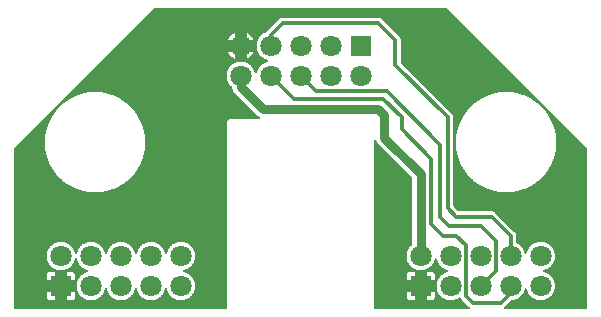
<source format=gbl>
G04 Layer: BottomLayer*
G04 EasyEDA v6.3.53, 2020-06-10T14:59:09+08:00*
G04 3b83d2e84b6f494eacd4771d3d7b0d36,fed530592efb474aaabf7115e2e2b964,10*
G04 Gerber Generator version 0.2*
G04 Scale: 100 percent, Rotated: No, Reflected: No *
G04 Dimensions in millimeters *
G04 leading zeros omitted , absolute positions ,3 integer and 3 decimal *
%FSLAX33Y33*%
%MOMM*%
G90*
G71D02*

%ADD11C,0.299999*%
%ADD12C,0.599999*%
%ADD13C,1.799996*%
%ADD14R,1.799996X1.799996*%
%ADD15C,0.799998*%

%LPD*%
G36*
G01X30845Y14609D02*
G01X30830Y14610D01*
G01X30816Y14609D01*
G01X30802Y14606D01*
G01X30788Y14600D01*
G01X30775Y14594D01*
G01X30763Y14585D01*
G01X30753Y14575D01*
G01X30745Y14563D01*
G01X30738Y14551D01*
G01X30732Y14537D01*
G01X30729Y14523D01*
G01X30728Y14508D01*
G01X30728Y358D01*
G01X30729Y343D01*
G01X30732Y329D01*
G01X30738Y315D01*
G01X30745Y303D01*
G01X30753Y291D01*
G01X30763Y281D01*
G01X30775Y272D01*
G01X30788Y265D01*
G01X30802Y260D01*
G01X30816Y257D01*
G01X30830Y256D01*
G01X38759Y256D01*
G01X38774Y257D01*
G01X38788Y260D01*
G01X38802Y265D01*
G01X38814Y272D01*
G01X38826Y281D01*
G01X38836Y291D01*
G01X38845Y303D01*
G01X38852Y315D01*
G01X38857Y329D01*
G01X38860Y343D01*
G01X38861Y358D01*
G01X38859Y374D01*
G01X38855Y390D01*
G01X38849Y405D01*
G01X38840Y419D01*
G01X38829Y431D01*
G01X38817Y441D01*
G01X38783Y467D01*
G01X38752Y495D01*
G01X38153Y1094D01*
G01X38130Y1119D01*
G01X38110Y1144D01*
G01X38091Y1171D01*
G01X38075Y1199D01*
G01X38053Y1242D01*
G01X38045Y1254D01*
G01X38034Y1264D01*
G01X38022Y1273D01*
G01X38010Y1280D01*
G01X37996Y1285D01*
G01X37982Y1288D01*
G01X37967Y1289D01*
G01X37952Y1288D01*
G01X37936Y1284D01*
G01X37921Y1278D01*
G01X37908Y1270D01*
G01X37866Y1242D01*
G01X37824Y1215D01*
G01X37780Y1190D01*
G01X37736Y1166D01*
G01X37691Y1145D01*
G01X37644Y1126D01*
G01X37598Y1108D01*
G01X37550Y1093D01*
G01X37502Y1080D01*
G01X37452Y1068D01*
G01X37403Y1059D01*
G01X37354Y1052D01*
G01X37303Y1046D01*
G01X37254Y1043D01*
G01X37203Y1042D01*
G01X37154Y1043D01*
G01X37104Y1046D01*
G01X37054Y1051D01*
G01X37005Y1059D01*
G01X36955Y1068D01*
G01X36907Y1079D01*
G01X36859Y1092D01*
G01X36811Y1108D01*
G01X36764Y1125D01*
G01X36718Y1144D01*
G01X36673Y1165D01*
G01X36629Y1188D01*
G01X36585Y1213D01*
G01X36543Y1240D01*
G01X36502Y1268D01*
G01X36462Y1298D01*
G01X36423Y1329D01*
G01X36386Y1362D01*
G01X36350Y1398D01*
G01X36315Y1434D01*
G01X36283Y1471D01*
G01X36251Y1510D01*
G01X36222Y1550D01*
G01X36194Y1592D01*
G01X36168Y1634D01*
G01X36143Y1677D01*
G01X36120Y1722D01*
G01X36100Y1767D01*
G01X36081Y1814D01*
G01X36064Y1861D01*
G01X36062Y1865D01*
G01X36046Y1918D01*
G01X36032Y1971D01*
G01X36021Y2025D01*
G01X36012Y2079D01*
G01X36006Y2134D01*
G01X36002Y2189D01*
G01X36001Y2244D01*
G01X36002Y2300D01*
G01X36006Y2355D01*
G01X36012Y2409D01*
G01X36021Y2464D01*
G01X36032Y2518D01*
G01X36046Y2572D01*
G01X36062Y2624D01*
G01X36064Y2628D01*
G01X36081Y2676D01*
G01X36101Y2723D01*
G01X36122Y2770D01*
G01X36145Y2815D01*
G01X36170Y2860D01*
G01X36197Y2903D01*
G01X36226Y2944D01*
G01X36256Y2986D01*
G01X36288Y3025D01*
G01X36323Y3063D01*
G01X36358Y3099D01*
G01X36395Y3134D01*
G01X36433Y3168D01*
G01X36473Y3200D01*
G01X36514Y3230D01*
G01X36557Y3258D01*
G01X36600Y3285D01*
G01X36645Y3309D01*
G01X36690Y3332D01*
G01X36737Y3353D01*
G01X36784Y3372D01*
G01X36832Y3388D01*
G01X36881Y3403D01*
G01X36930Y3416D01*
G01X36945Y3420D01*
G01X36959Y3426D01*
G01X36971Y3435D01*
G01X36982Y3446D01*
G01X36991Y3457D01*
G01X36999Y3471D01*
G01X37004Y3485D01*
G01X37008Y3500D01*
G01X37009Y3514D01*
G01X37008Y3530D01*
G01X37004Y3544D01*
G01X36999Y3559D01*
G01X36991Y3572D01*
G01X36982Y3583D01*
G01X36971Y3594D01*
G01X36959Y3602D01*
G01X36945Y3609D01*
G01X36930Y3613D01*
G01X36882Y3626D01*
G01X36835Y3640D01*
G01X36788Y3656D01*
G01X36742Y3674D01*
G01X36696Y3694D01*
G01X36652Y3716D01*
G01X36609Y3739D01*
G01X36566Y3765D01*
G01X36525Y3792D01*
G01X36484Y3821D01*
G01X36445Y3851D01*
G01X36407Y3883D01*
G01X36371Y3917D01*
G01X36336Y3952D01*
G01X36302Y3988D01*
G01X36270Y4026D01*
G01X36240Y4065D01*
G01X36211Y4106D01*
G01X36184Y4147D01*
G01X36158Y4189D01*
G01X36135Y4233D01*
G01X36113Y4277D01*
G01X36093Y4323D01*
G01X36075Y4369D01*
G01X36059Y4416D01*
G01X36045Y4463D01*
G01X36032Y4511D01*
G01X36028Y4526D01*
G01X36021Y4539D01*
G01X36013Y4552D01*
G01X36002Y4563D01*
G01X35991Y4572D01*
G01X35978Y4580D01*
G01X35963Y4585D01*
G01X35949Y4589D01*
G01X35933Y4590D01*
G01X35918Y4589D01*
G01X35903Y4585D01*
G01X35890Y4580D01*
G01X35876Y4572D01*
G01X35865Y4563D01*
G01X35854Y4552D01*
G01X35846Y4539D01*
G01X35839Y4526D01*
G01X35834Y4511D01*
G01X35822Y4462D01*
G01X35807Y4413D01*
G01X35791Y4365D01*
G01X35772Y4318D01*
G01X35751Y4271D01*
G01X35728Y4226D01*
G01X35704Y4181D01*
G01X35677Y4138D01*
G01X35649Y4095D01*
G01X35619Y4054D01*
G01X35587Y4014D01*
G01X35553Y3976D01*
G01X35518Y3939D01*
G01X35482Y3903D01*
G01X35444Y3869D01*
G01X35405Y3837D01*
G01X35363Y3807D01*
G01X35322Y3778D01*
G01X35279Y3751D01*
G01X35234Y3726D01*
G01X35189Y3703D01*
G01X35142Y3681D01*
G01X35095Y3662D01*
G01X35047Y3645D01*
G01X35043Y3643D01*
G01X34991Y3627D01*
G01X34937Y3613D01*
G01X34883Y3602D01*
G01X34828Y3594D01*
G01X34774Y3587D01*
G01X34719Y3583D01*
G01X34663Y3582D01*
G01X34609Y3583D01*
G01X34553Y3587D01*
G01X34498Y3594D01*
G01X34444Y3602D01*
G01X34390Y3613D01*
G01X34336Y3627D01*
G01X34284Y3643D01*
G01X34281Y3644D01*
G01X34282Y3644D01*
G01X34279Y3645D01*
G01X34280Y3645D01*
G01X34233Y3662D01*
G01X34186Y3680D01*
G01X34141Y3701D01*
G01X34096Y3724D01*
G01X34053Y3749D01*
G01X34011Y3775D01*
G01X33969Y3803D01*
G01X33929Y3832D01*
G01X33890Y3864D01*
G01X33853Y3897D01*
G01X33817Y3931D01*
G01X33782Y3967D01*
G01X33748Y4004D01*
G01X33717Y4043D01*
G01X33687Y4083D01*
G01X33659Y4124D01*
G01X33632Y4166D01*
G01X33607Y4210D01*
G01X33584Y4254D01*
G01X33563Y4299D01*
G01X33544Y4345D01*
G01X33527Y4392D01*
G01X33511Y4440D01*
G01X33498Y4488D01*
G01X33487Y4536D01*
G01X33478Y4586D01*
G01X33470Y4635D01*
G01X33465Y4685D01*
G01X33462Y4735D01*
G01X33461Y4784D01*
G01X33462Y4834D01*
G01X33465Y4883D01*
G01X33470Y4933D01*
G01X33477Y4981D01*
G01X33486Y5030D01*
G01X33498Y5078D01*
G01X33511Y5126D01*
G01X33525Y5173D01*
G01X33543Y5220D01*
G01X33562Y5266D01*
G01X33582Y5311D01*
G01X33605Y5355D01*
G01X33629Y5398D01*
G01X33656Y5440D01*
G01X33683Y5481D01*
G01X33712Y5520D01*
G01X33744Y5559D01*
G01X33776Y5596D01*
G01X33810Y5632D01*
G01X33846Y5667D01*
G01X33883Y5699D01*
G01X33922Y5731D01*
G01X33933Y5741D01*
G01X33943Y5753D01*
G01X33950Y5766D01*
G01X33956Y5781D01*
G01X33959Y5795D01*
G01X33960Y5811D01*
G01X33960Y11391D01*
G01X33959Y11407D01*
G01X33955Y11422D01*
G01X33949Y11437D01*
G01X33941Y11451D01*
G01X33931Y11463D01*
G01X31077Y14316D01*
G01X31050Y14345D01*
G01X31025Y14375D01*
G01X31001Y14407D01*
G01X30978Y14440D01*
G01X30959Y14475D01*
G01X30940Y14511D01*
G01X30924Y14547D01*
G01X30917Y14560D01*
G01X30909Y14572D01*
G01X30899Y14583D01*
G01X30886Y14593D01*
G01X30874Y14600D01*
G01X30859Y14606D01*
G01X30845Y14609D01*
G37*

%LPC*%
G36*
G01X34150Y1731D02*
G01X33461Y1731D01*
G01X33461Y1345D01*
G01X33462Y1319D01*
G01X33465Y1295D01*
G01X33470Y1270D01*
G01X33477Y1246D01*
G01X33486Y1223D01*
G01X33498Y1200D01*
G01X33510Y1179D01*
G01X33525Y1159D01*
G01X33541Y1139D01*
G01X33558Y1122D01*
G01X33578Y1106D01*
G01X33598Y1091D01*
G01X33619Y1078D01*
G01X33642Y1067D01*
G01X33665Y1058D01*
G01X33689Y1051D01*
G01X33714Y1046D01*
G01X33738Y1043D01*
G01X33764Y1042D01*
G01X34150Y1042D01*
G01X34150Y1731D01*
G37*
G36*
G01X35866Y1731D02*
G01X35177Y1731D01*
G01X35177Y1042D01*
G01X35564Y1042D01*
G01X35588Y1043D01*
G01X35613Y1046D01*
G01X35638Y1051D01*
G01X35662Y1058D01*
G01X35685Y1067D01*
G01X35707Y1078D01*
G01X35729Y1091D01*
G01X35749Y1106D01*
G01X35768Y1122D01*
G01X35786Y1139D01*
G01X35802Y1159D01*
G01X35817Y1179D01*
G01X35830Y1200D01*
G01X35850Y1246D01*
G01X35857Y1270D01*
G01X35862Y1295D01*
G01X35865Y1319D01*
G01X35866Y1345D01*
G01X35866Y1731D01*
G37*
G36*
G01X35564Y3447D02*
G01X35177Y3447D01*
G01X35177Y2758D01*
G01X35866Y2758D01*
G01X35866Y3145D01*
G01X35865Y3169D01*
G01X35862Y3194D01*
G01X35857Y3219D01*
G01X35850Y3243D01*
G01X35840Y3266D01*
G01X35830Y3288D01*
G01X35817Y3310D01*
G01X35802Y3330D01*
G01X35786Y3349D01*
G01X35768Y3367D01*
G01X35749Y3383D01*
G01X35729Y3398D01*
G01X35707Y3411D01*
G01X35685Y3421D01*
G01X35662Y3431D01*
G01X35638Y3438D01*
G01X35613Y3443D01*
G01X35588Y3446D01*
G01X35564Y3447D01*
G37*
G36*
G01X34150Y3447D02*
G01X33764Y3447D01*
G01X33738Y3446D01*
G01X33714Y3443D01*
G01X33689Y3438D01*
G01X33665Y3431D01*
G01X33619Y3411D01*
G01X33598Y3398D01*
G01X33578Y3383D01*
G01X33558Y3367D01*
G01X33541Y3349D01*
G01X33525Y3330D01*
G01X33510Y3310D01*
G01X33486Y3266D01*
G01X33477Y3243D01*
G01X33470Y3219D01*
G01X33465Y3194D01*
G01X33462Y3169D01*
G01X33461Y3145D01*
G01X33461Y2758D01*
G01X34150Y2758D01*
G01X34150Y3447D01*
G37*

%LPD*%
G36*
G01X36839Y25798D02*
G01X12169Y25798D01*
G01X12153Y25797D01*
G01X12138Y25793D01*
G01X12123Y25787D01*
G01X12110Y25778D01*
G01X12098Y25768D01*
G01X286Y13957D01*
G01X275Y13945D01*
G01X267Y13931D01*
G01X261Y13916D01*
G01X257Y13900D01*
G01X256Y13885D01*
G01X256Y358D01*
G01X257Y343D01*
G01X260Y329D01*
G01X265Y315D01*
G01X272Y303D01*
G01X281Y291D01*
G01X291Y281D01*
G01X303Y272D01*
G01X315Y265D01*
G01X329Y260D01*
G01X343Y257D01*
G01X358Y256D01*
G01X18176Y256D01*
G01X18190Y257D01*
G01X18204Y260D01*
G01X18218Y265D01*
G01X18231Y272D01*
G01X18242Y281D01*
G01X18252Y291D01*
G01X18261Y303D01*
G01X18268Y315D01*
G01X18273Y329D01*
G01X18276Y343D01*
G01X18277Y358D01*
G01X18277Y16113D01*
G01X18278Y16137D01*
G01X18282Y16161D01*
G01X18287Y16183D01*
G01X18295Y16206D01*
G01X18304Y16228D01*
G01X18316Y16248D01*
G01X18329Y16268D01*
G01X18344Y16286D01*
G01X18361Y16303D01*
G01X18379Y16318D01*
G01X18399Y16331D01*
G01X18420Y16343D01*
G01X18441Y16353D01*
G01X18464Y16360D01*
G01X18487Y16365D01*
G01X18510Y16369D01*
G01X18534Y16370D01*
G01X20970Y16370D01*
G01X20984Y16371D01*
G01X20999Y16374D01*
G01X21012Y16379D01*
G01X21025Y16386D01*
G01X21037Y16395D01*
G01X21047Y16405D01*
G01X21056Y16417D01*
G01X21062Y16429D01*
G01X21067Y16443D01*
G01X21071Y16457D01*
G01X21072Y16471D01*
G01X21070Y16486D01*
G01X21067Y16501D01*
G01X21062Y16515D01*
G01X21055Y16528D01*
G01X21045Y16540D01*
G01X21034Y16550D01*
G01X21022Y16559D01*
G01X21008Y16565D01*
G01X20972Y16582D01*
G01X20937Y16599D01*
G01X20902Y16620D01*
G01X20869Y16642D01*
G01X20838Y16665D01*
G01X20807Y16691D01*
G01X20778Y16718D01*
G01X18927Y18567D01*
G01X18899Y18596D01*
G01X18874Y18627D01*
G01X18850Y18658D01*
G01X18828Y18691D01*
G01X18808Y18725D01*
G01X18789Y18761D01*
G01X18774Y18797D01*
G01X18759Y18834D01*
G01X18747Y18872D01*
G01X18738Y18910D01*
G01X18730Y18949D01*
G01X18724Y18988D01*
G01X18721Y19028D01*
G01X18720Y19042D01*
G01X18716Y19056D01*
G01X18710Y19069D01*
G01X18703Y19082D01*
G01X18693Y19093D01*
G01X18683Y19102D01*
G01X18644Y19134D01*
G01X18607Y19167D01*
G01X18571Y19201D01*
G01X18537Y19237D01*
G01X18504Y19274D01*
G01X18473Y19313D01*
G01X18443Y19352D01*
G01X18416Y19393D01*
G01X18390Y19436D01*
G01X18365Y19479D01*
G01X18342Y19523D01*
G01X18322Y19568D01*
G01X18303Y19613D01*
G01X18286Y19660D01*
G01X18271Y19707D01*
G01X18258Y19755D01*
G01X18246Y19803D01*
G01X18237Y19852D01*
G01X18230Y19901D01*
G01X18225Y19951D01*
G01X18222Y20000D01*
G01X18221Y20050D01*
G01X18222Y20100D01*
G01X18225Y20150D01*
G01X18231Y20200D01*
G01X18238Y20250D01*
G01X18247Y20300D01*
G01X18259Y20349D01*
G01X18272Y20397D01*
G01X18288Y20445D01*
G01X18306Y20493D01*
G01X18325Y20539D01*
G01X18346Y20585D01*
G01X18370Y20629D01*
G01X18395Y20673D01*
G01X18422Y20715D01*
G01X18451Y20757D01*
G01X18482Y20797D01*
G01X18514Y20836D01*
G01X18548Y20873D01*
G01X18583Y20909D01*
G01X18620Y20944D01*
G01X18658Y20977D01*
G01X18697Y21008D01*
G01X18738Y21037D01*
G01X18780Y21065D01*
G01X18823Y21092D01*
G01X18868Y21116D01*
G01X18912Y21138D01*
G01X18959Y21159D01*
G01X19005Y21177D01*
G01X19053Y21194D01*
G01X19101Y21208D01*
G01X19150Y21221D01*
G01X19204Y21232D01*
G01X19259Y21241D01*
G01X19314Y21247D01*
G01X19369Y21251D01*
G01X19423Y21252D01*
G01X19479Y21251D01*
G01X19534Y21247D01*
G01X19588Y21241D01*
G01X19643Y21232D01*
G01X19697Y21221D01*
G01X19745Y21209D01*
G01X19792Y21194D01*
G01X19839Y21178D01*
G01X19885Y21160D01*
G01X19930Y21140D01*
G01X19975Y21118D01*
G01X20019Y21095D01*
G01X20061Y21069D01*
G01X20103Y21042D01*
G01X20143Y21013D01*
G01X20182Y20983D01*
G01X20220Y20951D01*
G01X20256Y20917D01*
G01X20291Y20882D01*
G01X20325Y20846D01*
G01X20357Y20808D01*
G01X20387Y20769D01*
G01X20416Y20728D01*
G01X20443Y20687D01*
G01X20468Y20645D01*
G01X20492Y20601D01*
G01X20514Y20557D01*
G01X20534Y20511D01*
G01X20552Y20465D01*
G01X20568Y20418D01*
G01X20582Y20371D01*
G01X20594Y20323D01*
G01X20599Y20308D01*
G01X20606Y20295D01*
G01X20614Y20282D01*
G01X20625Y20271D01*
G01X20636Y20262D01*
G01X20650Y20254D01*
G01X20664Y20249D01*
G01X20679Y20245D01*
G01X20693Y20244D01*
G01X20709Y20245D01*
G01X20723Y20249D01*
G01X20738Y20254D01*
G01X20751Y20262D01*
G01X20762Y20271D01*
G01X20773Y20282D01*
G01X20781Y20295D01*
G01X20788Y20308D01*
G01X20792Y20323D01*
G01X20805Y20371D01*
G01X20819Y20418D01*
G01X20835Y20465D01*
G01X20853Y20511D01*
G01X20873Y20557D01*
G01X20895Y20601D01*
G01X20918Y20645D01*
G01X20944Y20687D01*
G01X20971Y20728D01*
G01X21000Y20769D01*
G01X21030Y20808D01*
G01X21062Y20846D01*
G01X21096Y20882D01*
G01X21131Y20917D01*
G01X21167Y20951D01*
G01X21205Y20983D01*
G01X21244Y21013D01*
G01X21285Y21042D01*
G01X21326Y21069D01*
G01X21369Y21095D01*
G01X21412Y21118D01*
G01X21456Y21140D01*
G01X21502Y21160D01*
G01X21548Y21178D01*
G01X21595Y21194D01*
G01X21642Y21209D01*
G01X21690Y21221D01*
G01X21705Y21225D01*
G01X21719Y21232D01*
G01X21731Y21241D01*
G01X21742Y21251D01*
G01X21751Y21262D01*
G01X21759Y21276D01*
G01X21764Y21290D01*
G01X21768Y21305D01*
G01X21769Y21319D01*
G01X21768Y21334D01*
G01X21764Y21349D01*
G01X21759Y21363D01*
G01X21751Y21377D01*
G01X21742Y21388D01*
G01X21731Y21398D01*
G01X21719Y21407D01*
G01X21705Y21414D01*
G01X21690Y21418D01*
G01X21642Y21430D01*
G01X21595Y21445D01*
G01X21548Y21461D01*
G01X21502Y21479D01*
G01X21456Y21499D01*
G01X21412Y21521D01*
G01X21369Y21544D01*
G01X21326Y21570D01*
G01X21285Y21597D01*
G01X21244Y21626D01*
G01X21205Y21656D01*
G01X21167Y21688D01*
G01X21131Y21722D01*
G01X21096Y21757D01*
G01X21062Y21793D01*
G01X21030Y21831D01*
G01X21000Y21870D01*
G01X20971Y21911D01*
G01X20944Y21952D01*
G01X20918Y21994D01*
G01X20895Y22038D01*
G01X20873Y22082D01*
G01X20853Y22128D01*
G01X20835Y22174D01*
G01X20819Y22221D01*
G01X20805Y22268D01*
G01X20792Y22316D01*
G01X20781Y22370D01*
G01X20772Y22425D01*
G01X20766Y22480D01*
G01X20762Y22534D01*
G01X20761Y22590D01*
G01X20762Y22645D01*
G01X20766Y22699D01*
G01X20772Y22754D01*
G01X20781Y22809D01*
G01X20792Y22863D01*
G01X20805Y22912D01*
G01X20820Y22961D01*
G01X20837Y23009D01*
G01X20855Y23057D01*
G01X20876Y23104D01*
G01X20899Y23150D01*
G01X20924Y23194D01*
G01X20950Y23237D01*
G01X20979Y23280D01*
G01X21009Y23321D01*
G01X21041Y23361D01*
G01X21075Y23400D01*
G01X21110Y23437D01*
G01X21147Y23472D01*
G01X21185Y23506D01*
G01X21225Y23538D01*
G01X21266Y23569D01*
G01X21308Y23598D01*
G01X21351Y23625D01*
G01X21396Y23649D01*
G01X21442Y23673D01*
G01X21488Y23694D01*
G01X21536Y23713D01*
G01X21550Y23720D01*
G01X21563Y23729D01*
G01X21575Y23740D01*
G01X21584Y23753D01*
G01X21602Y23778D01*
G01X21622Y23802D01*
G01X21643Y23825D01*
G01X22654Y24836D01*
G01X22678Y24857D01*
G01X22703Y24878D01*
G01X22729Y24896D01*
G01X22757Y24913D01*
G01X22786Y24927D01*
G01X22816Y24940D01*
G01X22846Y24950D01*
G01X22878Y24958D01*
G01X22909Y24964D01*
G01X22941Y24967D01*
G01X22974Y24968D01*
G01X31074Y24968D01*
G01X31106Y24967D01*
G01X31138Y24964D01*
G01X31170Y24958D01*
G01X31201Y24950D01*
G01X31232Y24939D01*
G01X31262Y24927D01*
G01X31291Y24913D01*
G01X31319Y24896D01*
G01X31345Y24878D01*
G01X31371Y24857D01*
G01X31394Y24835D01*
G01X32824Y23403D01*
G01X32846Y23379D01*
G01X32866Y23354D01*
G01X32885Y23327D01*
G01X32901Y23299D01*
G01X32915Y23271D01*
G01X32928Y23241D01*
G01X32938Y23211D01*
G01X32946Y23179D01*
G01X32952Y23148D01*
G01X32955Y23115D01*
G01X32957Y23083D01*
G01X32957Y21215D01*
G01X32958Y21199D01*
G01X32962Y21183D01*
G01X32968Y21168D01*
G01X32976Y21155D01*
G01X32986Y21142D01*
G01X37294Y16835D01*
G01X37316Y16811D01*
G01X37336Y16786D01*
G01X37355Y16759D01*
G01X37372Y16731D01*
G01X37386Y16703D01*
G01X37398Y16673D01*
G01X37409Y16642D01*
G01X37416Y16611D01*
G01X37422Y16579D01*
G01X37426Y16547D01*
G01X37427Y16515D01*
G01X37427Y9043D01*
G01X37428Y9027D01*
G01X37432Y9011D01*
G01X37438Y8997D01*
G01X37446Y8983D01*
G01X37456Y8971D01*
G01X37830Y8597D01*
G01X37842Y8587D01*
G01X37856Y8579D01*
G01X37871Y8573D01*
G01X37887Y8568D01*
G01X37902Y8567D01*
G01X40673Y8567D01*
G01X40705Y8566D01*
G01X40737Y8563D01*
G01X40769Y8557D01*
G01X40800Y8549D01*
G01X40831Y8539D01*
G01X40860Y8526D01*
G01X40889Y8512D01*
G01X40917Y8495D01*
G01X40944Y8477D01*
G01X40969Y8457D01*
G01X40993Y8435D01*
G01X42603Y6824D01*
G01X42625Y6801D01*
G01X42645Y6776D01*
G01X42663Y6749D01*
G01X42680Y6721D01*
G01X42694Y6692D01*
G01X42707Y6662D01*
G01X42717Y6632D01*
G01X42725Y6600D01*
G01X42731Y6569D01*
G01X42734Y6537D01*
G01X42736Y6504D01*
G01X42736Y5965D01*
G01X42737Y5951D01*
G01X42740Y5937D01*
G01X42745Y5923D01*
G01X42751Y5911D01*
G01X42760Y5899D01*
G01X42770Y5889D01*
G01X42781Y5880D01*
G01X42794Y5874D01*
G01X42840Y5850D01*
G01X42885Y5825D01*
G01X42930Y5799D01*
G01X42973Y5770D01*
G01X43014Y5739D01*
G01X43055Y5707D01*
G01X43094Y5673D01*
G01X43131Y5637D01*
G01X43167Y5600D01*
G01X43201Y5562D01*
G01X43234Y5521D01*
G01X43265Y5480D01*
G01X43294Y5437D01*
G01X43321Y5393D01*
G01X43346Y5348D01*
G01X43369Y5301D01*
G01X43390Y5254D01*
G01X43410Y5206D01*
G01X43427Y5157D01*
G01X43442Y5108D01*
G01X43454Y5058D01*
G01X43459Y5043D01*
G01X43466Y5030D01*
G01X43474Y5017D01*
G01X43485Y5006D01*
G01X43496Y4997D01*
G01X43510Y4989D01*
G01X43523Y4983D01*
G01X43538Y4980D01*
G01X43553Y4979D01*
G01X43569Y4980D01*
G01X43583Y4983D01*
G01X43598Y4989D01*
G01X43611Y4997D01*
G01X43622Y5006D01*
G01X43633Y5017D01*
G01X43641Y5030D01*
G01X43648Y5043D01*
G01X43652Y5058D01*
G01X43665Y5106D01*
G01X43679Y5155D01*
G01X43696Y5202D01*
G01X43714Y5249D01*
G01X43735Y5295D01*
G01X43757Y5341D01*
G01X43781Y5385D01*
G01X43807Y5428D01*
G01X43835Y5470D01*
G01X43865Y5511D01*
G01X43896Y5550D01*
G01X43929Y5589D01*
G01X43964Y5625D01*
G01X44000Y5661D01*
G01X44037Y5694D01*
G01X44076Y5727D01*
G01X44116Y5757D01*
G01X44157Y5786D01*
G01X44200Y5813D01*
G01X44244Y5838D01*
G01X44288Y5861D01*
G01X44334Y5883D01*
G01X44380Y5902D01*
G01X44428Y5920D01*
G01X44475Y5935D01*
G01X44524Y5949D01*
G01X44573Y5961D01*
G01X44623Y5970D01*
G01X44673Y5978D01*
G01X44723Y5983D01*
G01X44773Y5986D01*
G01X44823Y5987D01*
G01X44873Y5986D01*
G01X44923Y5983D01*
G01X44972Y5978D01*
G01X45022Y5971D01*
G01X45070Y5961D01*
G01X45119Y5950D01*
G01X45167Y5937D01*
G01X45214Y5922D01*
G01X45261Y5905D01*
G01X45306Y5886D01*
G01X45352Y5865D01*
G01X45396Y5842D01*
G01X45439Y5818D01*
G01X45481Y5791D01*
G01X45522Y5763D01*
G01X45562Y5733D01*
G01X45601Y5702D01*
G01X45638Y5669D01*
G01X45674Y5635D01*
G01X45708Y5599D01*
G01X45741Y5562D01*
G01X45772Y5523D01*
G01X45802Y5483D01*
G01X45830Y5442D01*
G01X45857Y5400D01*
G01X45881Y5357D01*
G01X45904Y5313D01*
G01X45925Y5267D01*
G01X45944Y5222D01*
G01X45961Y5175D01*
G01X45976Y5128D01*
G01X45989Y5080D01*
G01X46000Y5031D01*
G01X46010Y4982D01*
G01X46017Y4933D01*
G01X46022Y4884D01*
G01X46025Y4834D01*
G01X46026Y4784D01*
G01X46025Y4734D01*
G01X46022Y4684D01*
G01X46017Y4633D01*
G01X46009Y4584D01*
G01X46000Y4534D01*
G01X45988Y4485D01*
G01X45975Y4437D01*
G01X45959Y4389D01*
G01X45941Y4341D01*
G01X45922Y4295D01*
G01X45900Y4249D01*
G01X45877Y4205D01*
G01X45852Y4161D01*
G01X45825Y4118D01*
G01X45796Y4077D01*
G01X45765Y4037D01*
G01X45733Y3998D01*
G01X45700Y3961D01*
G01X45664Y3925D01*
G01X45628Y3890D01*
G01X45589Y3857D01*
G01X45550Y3826D01*
G01X45509Y3796D01*
G01X45467Y3769D01*
G01X45424Y3742D01*
G01X45380Y3718D01*
G01X45334Y3696D01*
G01X45288Y3675D01*
G01X45241Y3657D01*
G01X45194Y3640D01*
G01X45145Y3626D01*
G01X45097Y3613D01*
G01X45082Y3609D01*
G01X45069Y3602D01*
G01X45056Y3594D01*
G01X45045Y3583D01*
G01X45036Y3572D01*
G01X45028Y3559D01*
G01X45023Y3544D01*
G01X45019Y3530D01*
G01X45018Y3514D01*
G01X45019Y3500D01*
G01X45023Y3485D01*
G01X45028Y3471D01*
G01X45036Y3457D01*
G01X45045Y3446D01*
G01X45056Y3435D01*
G01X45069Y3426D01*
G01X45082Y3420D01*
G01X45097Y3416D01*
G01X45145Y3403D01*
G01X45194Y3388D01*
G01X45241Y3372D01*
G01X45288Y3353D01*
G01X45334Y3333D01*
G01X45380Y3311D01*
G01X45424Y3286D01*
G01X45467Y3260D01*
G01X45509Y3232D01*
G01X45550Y3203D01*
G01X45628Y3139D01*
G01X45664Y3104D01*
G01X45700Y3068D01*
G01X45733Y3031D01*
G01X45765Y2992D01*
G01X45796Y2952D01*
G01X45825Y2910D01*
G01X45852Y2868D01*
G01X45877Y2824D01*
G01X45900Y2780D01*
G01X45922Y2734D01*
G01X45941Y2687D01*
G01X45959Y2640D01*
G01X45975Y2592D01*
G01X45988Y2544D01*
G01X46000Y2495D01*
G01X46009Y2445D01*
G01X46017Y2395D01*
G01X46022Y2345D01*
G01X46025Y2295D01*
G01X46026Y2244D01*
G01X46025Y2195D01*
G01X46022Y2145D01*
G01X46017Y2096D01*
G01X46010Y2047D01*
G01X46000Y1998D01*
G01X45989Y1949D01*
G01X45976Y1901D01*
G01X45961Y1854D01*
G01X45944Y1807D01*
G01X45925Y1761D01*
G01X45904Y1717D01*
G01X45881Y1672D01*
G01X45857Y1629D01*
G01X45830Y1587D01*
G01X45802Y1546D01*
G01X45772Y1506D01*
G01X45741Y1467D01*
G01X45708Y1430D01*
G01X45674Y1394D01*
G01X45638Y1360D01*
G01X45601Y1327D01*
G01X45562Y1295D01*
G01X45522Y1266D01*
G01X45481Y1238D01*
G01X45439Y1212D01*
G01X45396Y1187D01*
G01X45352Y1164D01*
G01X45306Y1144D01*
G01X45261Y1124D01*
G01X45214Y1107D01*
G01X45167Y1092D01*
G01X45119Y1079D01*
G01X45070Y1068D01*
G01X45022Y1058D01*
G01X44972Y1051D01*
G01X44923Y1046D01*
G01X44873Y1043D01*
G01X44823Y1042D01*
G01X44773Y1043D01*
G01X44723Y1046D01*
G01X44673Y1052D01*
G01X44623Y1059D01*
G01X44573Y1068D01*
G01X44524Y1080D01*
G01X44475Y1093D01*
G01X44428Y1109D01*
G01X44380Y1127D01*
G01X44334Y1146D01*
G01X44288Y1167D01*
G01X44244Y1191D01*
G01X44200Y1216D01*
G01X44157Y1243D01*
G01X44116Y1272D01*
G01X44076Y1303D01*
G01X44037Y1335D01*
G01X44000Y1369D01*
G01X43964Y1404D01*
G01X43929Y1441D01*
G01X43896Y1479D01*
G01X43865Y1518D01*
G01X43835Y1559D01*
G01X43807Y1601D01*
G01X43781Y1644D01*
G01X43757Y1689D01*
G01X43735Y1734D01*
G01X43714Y1780D01*
G01X43696Y1827D01*
G01X43679Y1874D01*
G01X43665Y1922D01*
G01X43652Y1971D01*
G01X43648Y1986D01*
G01X43641Y1999D01*
G01X43633Y2012D01*
G01X43622Y2023D01*
G01X43611Y2032D01*
G01X43598Y2040D01*
G01X43583Y2045D01*
G01X43569Y2049D01*
G01X43553Y2050D01*
G01X43538Y2049D01*
G01X43523Y2045D01*
G01X43510Y2040D01*
G01X43496Y2032D01*
G01X43485Y2023D01*
G01X43474Y2012D01*
G01X43466Y1999D01*
G01X43459Y1986D01*
G01X43454Y1971D01*
G01X43442Y1922D01*
G01X43427Y1874D01*
G01X43411Y1826D01*
G01X43392Y1779D01*
G01X43372Y1733D01*
G01X43349Y1687D01*
G01X43325Y1643D01*
G01X43298Y1600D01*
G01X43270Y1558D01*
G01X43240Y1516D01*
G01X43209Y1477D01*
G01X43176Y1439D01*
G01X43141Y1402D01*
G01X43105Y1367D01*
G01X43067Y1332D01*
G01X43028Y1300D01*
G01X42988Y1270D01*
G01X42946Y1241D01*
G01X42904Y1214D01*
G01X42859Y1189D01*
G01X42815Y1166D01*
G01X42769Y1144D01*
G01X42722Y1125D01*
G01X42675Y1107D01*
G01X42626Y1092D01*
G01X42578Y1078D01*
G01X42528Y1067D01*
G01X42478Y1058D01*
G01X42428Y1051D01*
G01X42378Y1045D01*
G01X42364Y1043D01*
G01X42350Y1039D01*
G01X42337Y1033D01*
G01X42325Y1026D01*
G01X42314Y1016D01*
G01X41793Y495D01*
G01X41762Y467D01*
G01X41728Y441D01*
G01X41715Y431D01*
G01X41705Y419D01*
G01X41696Y405D01*
G01X41690Y390D01*
G01X41685Y374D01*
G01X41684Y358D01*
G01X41685Y343D01*
G01X41688Y329D01*
G01X41693Y315D01*
G01X41700Y303D01*
G01X41709Y291D01*
G01X41719Y281D01*
G01X41731Y272D01*
G01X41743Y265D01*
G01X41757Y260D01*
G01X41771Y257D01*
G01X41786Y256D01*
G01X48669Y256D01*
G01X48683Y257D01*
G01X48697Y260D01*
G01X48711Y265D01*
G01X48724Y272D01*
G01X48735Y281D01*
G01X48746Y291D01*
G01X48754Y303D01*
G01X48761Y315D01*
G01X48766Y329D01*
G01X48770Y343D01*
G01X48771Y358D01*
G01X48771Y13866D01*
G01X48769Y13882D01*
G01X48765Y13897D01*
G01X48759Y13912D01*
G01X48751Y13926D01*
G01X48741Y13938D01*
G01X36910Y25768D01*
G01X36898Y25778D01*
G01X36885Y25787D01*
G01X36870Y25793D01*
G01X36854Y25797D01*
G01X36839Y25798D01*
G37*

%LPC*%
G36*
G01X5396Y1731D02*
G01X4707Y1731D01*
G01X4707Y1042D01*
G01X5094Y1042D01*
G01X5119Y1043D01*
G01X5144Y1046D01*
G01X5168Y1051D01*
G01X5192Y1058D01*
G01X5215Y1067D01*
G01X5237Y1078D01*
G01X5259Y1091D01*
G01X5279Y1106D01*
G01X5298Y1122D01*
G01X5316Y1139D01*
G01X5332Y1159D01*
G01X5347Y1179D01*
G01X5359Y1200D01*
G01X5371Y1223D01*
G01X5380Y1246D01*
G01X5387Y1270D01*
G01X5392Y1295D01*
G01X5395Y1319D01*
G01X5396Y1345D01*
G01X5396Y1731D01*
G37*
G36*
G01X3680Y1731D02*
G01X2991Y1731D01*
G01X2991Y1345D01*
G01X2992Y1319D01*
G01X2995Y1295D01*
G01X3000Y1270D01*
G01X3007Y1246D01*
G01X3017Y1223D01*
G01X3028Y1200D01*
G01X3040Y1179D01*
G01X3055Y1159D01*
G01X3071Y1139D01*
G01X3089Y1122D01*
G01X3107Y1106D01*
G01X3128Y1091D01*
G01X3150Y1078D01*
G01X3172Y1067D01*
G01X3195Y1058D01*
G01X3219Y1051D01*
G01X3244Y1046D01*
G01X3268Y1043D01*
G01X3293Y1042D01*
G01X3680Y1042D01*
G01X3680Y1731D01*
G37*
G36*
G01X4244Y5986D02*
G01X4194Y5987D01*
G01X4144Y5986D01*
G01X4094Y5983D01*
G01X4045Y5978D01*
G01X3995Y5971D01*
G01X3947Y5961D01*
G01X3898Y5950D01*
G01X3850Y5937D01*
G01X3803Y5922D01*
G01X3756Y5905D01*
G01X3710Y5886D01*
G01X3665Y5865D01*
G01X3621Y5842D01*
G01X3578Y5818D01*
G01X3536Y5791D01*
G01X3495Y5763D01*
G01X3455Y5733D01*
G01X3416Y5702D01*
G01X3379Y5669D01*
G01X3343Y5635D01*
G01X3309Y5599D01*
G01X3276Y5562D01*
G01X3245Y5523D01*
G01X3215Y5483D01*
G01X3187Y5442D01*
G01X3160Y5400D01*
G01X3136Y5357D01*
G01X3113Y5313D01*
G01X3092Y5267D01*
G01X3073Y5222D01*
G01X3056Y5175D01*
G01X3041Y5128D01*
G01X3028Y5080D01*
G01X3017Y5031D01*
G01X3007Y4982D01*
G01X3000Y4933D01*
G01X2995Y4884D01*
G01X2992Y4834D01*
G01X2991Y4784D01*
G01X2992Y4735D01*
G01X2995Y4685D01*
G01X3000Y4635D01*
G01X3007Y4586D01*
G01X3017Y4536D01*
G01X3028Y4488D01*
G01X3041Y4440D01*
G01X3057Y4392D01*
G01X3074Y4345D01*
G01X3093Y4299D01*
G01X3114Y4254D01*
G01X3137Y4210D01*
G01X3162Y4166D01*
G01X3189Y4124D01*
G01X3217Y4083D01*
G01X3247Y4043D01*
G01X3279Y4004D01*
G01X3312Y3967D01*
G01X3346Y3931D01*
G01X3382Y3897D01*
G01X3420Y3864D01*
G01X3459Y3832D01*
G01X3499Y3803D01*
G01X3540Y3775D01*
G01X3583Y3749D01*
G01X3627Y3724D01*
G01X3671Y3701D01*
G01X3717Y3680D01*
G01X3763Y3662D01*
G01X3810Y3645D01*
G01X3814Y3643D01*
G01X3866Y3627D01*
G01X3920Y3613D01*
G01X3974Y3602D01*
G01X4028Y3594D01*
G01X4083Y3587D01*
G01X4138Y3583D01*
G01X4194Y3582D01*
G01X4249Y3583D01*
G01X4304Y3587D01*
G01X4359Y3594D01*
G01X4413Y3602D01*
G01X4467Y3613D01*
G01X4521Y3627D01*
G01X4574Y3643D01*
G01X4573Y3643D01*
G01X4576Y3644D01*
G01X4575Y3644D01*
G01X4578Y3645D01*
G01X4625Y3662D01*
G01X4673Y3681D01*
G01X4719Y3703D01*
G01X4764Y3726D01*
G01X4808Y3751D01*
G01X4851Y3778D01*
G01X4894Y3807D01*
G01X4934Y3837D01*
G01X4974Y3869D01*
G01X5012Y3903D01*
G01X5049Y3939D01*
G01X5084Y3976D01*
G01X5117Y4014D01*
G01X5149Y4054D01*
G01X5179Y4095D01*
G01X5207Y4138D01*
G01X5233Y4181D01*
G01X5258Y4226D01*
G01X5281Y4271D01*
G01X5301Y4318D01*
G01X5320Y4365D01*
G01X5337Y4413D01*
G01X5352Y4462D01*
G01X5364Y4511D01*
G01X5369Y4526D01*
G01X5376Y4539D01*
G01X5384Y4552D01*
G01X5394Y4563D01*
G01X5407Y4572D01*
G01X5419Y4580D01*
G01X5434Y4585D01*
G01X5448Y4589D01*
G01X5464Y4590D01*
G01X5479Y4589D01*
G01X5494Y4585D01*
G01X5507Y4580D01*
G01X5520Y4572D01*
G01X5533Y4563D01*
G01X5543Y4552D01*
G01X5551Y4539D01*
G01X5558Y4526D01*
G01X5563Y4511D01*
G01X5575Y4463D01*
G01X5589Y4416D01*
G01X5605Y4369D01*
G01X5623Y4323D01*
G01X5643Y4277D01*
G01X5665Y4233D01*
G01X5689Y4189D01*
G01X5714Y4147D01*
G01X5741Y4106D01*
G01X5770Y4065D01*
G01X5800Y4026D01*
G01X5832Y3988D01*
G01X5866Y3952D01*
G01X5901Y3917D01*
G01X5938Y3883D01*
G01X5975Y3851D01*
G01X6014Y3821D01*
G01X6054Y3792D01*
G01X6096Y3765D01*
G01X6139Y3739D01*
G01X6182Y3716D01*
G01X6227Y3694D01*
G01X6272Y3674D01*
G01X6318Y3656D01*
G01X6365Y3640D01*
G01X6412Y3626D01*
G01X6460Y3613D01*
G01X6474Y3609D01*
G01X6488Y3602D01*
G01X6501Y3594D01*
G01X6512Y3583D01*
G01X6521Y3572D01*
G01X6529Y3559D01*
G01X6534Y3544D01*
G01X6537Y3530D01*
G01X6539Y3514D01*
G01X6537Y3500D01*
G01X6534Y3485D01*
G01X6529Y3471D01*
G01X6521Y3457D01*
G01X6512Y3446D01*
G01X6501Y3435D01*
G01X6488Y3426D01*
G01X6474Y3420D01*
G01X6460Y3416D01*
G01X6411Y3403D01*
G01X6362Y3388D01*
G01X6314Y3372D01*
G01X6267Y3353D01*
G01X6220Y3332D01*
G01X6175Y3309D01*
G01X6130Y3285D01*
G01X6086Y3258D01*
G01X6044Y3230D01*
G01X6003Y3200D01*
G01X5963Y3168D01*
G01X5925Y3134D01*
G01X5888Y3099D01*
G01X5852Y3063D01*
G01X5819Y3025D01*
G01X5786Y2986D01*
G01X5756Y2944D01*
G01X5727Y2903D01*
G01X5700Y2860D01*
G01X5675Y2815D01*
G01X5652Y2770D01*
G01X5631Y2723D01*
G01X5611Y2676D01*
G01X5594Y2628D01*
G01X5593Y2626D01*
G01X5593Y2624D01*
G01X5576Y2572D01*
G01X5563Y2518D01*
G01X5551Y2464D01*
G01X5542Y2409D01*
G01X5536Y2355D01*
G01X5532Y2300D01*
G01X5531Y2244D01*
G01X5532Y2189D01*
G01X5536Y2134D01*
G01X5542Y2079D01*
G01X5551Y2025D01*
G01X5563Y1971D01*
G01X5576Y1918D01*
G01X5593Y1865D01*
G01X5593Y1863D01*
G01X5594Y1861D01*
G01X5611Y1814D01*
G01X5630Y1767D01*
G01X5650Y1722D01*
G01X5673Y1677D01*
G01X5698Y1634D01*
G01X5724Y1592D01*
G01X5752Y1550D01*
G01X5782Y1510D01*
G01X5813Y1471D01*
G01X5846Y1434D01*
G01X5880Y1398D01*
G01X5916Y1362D01*
G01X5953Y1329D01*
G01X5992Y1298D01*
G01X6032Y1268D01*
G01X6073Y1240D01*
G01X6115Y1213D01*
G01X6158Y1188D01*
G01X6203Y1165D01*
G01X6248Y1144D01*
G01X6295Y1125D01*
G01X6341Y1108D01*
G01X6389Y1092D01*
G01X6437Y1079D01*
G01X6486Y1068D01*
G01X6534Y1059D01*
G01X6584Y1051D01*
G01X6634Y1046D01*
G01X6684Y1043D01*
G01X6734Y1042D01*
G01X6784Y1043D01*
G01X6834Y1046D01*
G01X6884Y1052D01*
G01X6934Y1059D01*
G01X6983Y1068D01*
G01X7033Y1080D01*
G01X7082Y1093D01*
G01X7129Y1109D01*
G01X7177Y1127D01*
G01X7223Y1146D01*
G01X7268Y1167D01*
G01X7313Y1191D01*
G01X7357Y1216D01*
G01X7400Y1243D01*
G01X7441Y1272D01*
G01X7481Y1303D01*
G01X7520Y1335D01*
G01X7557Y1369D01*
G01X7593Y1404D01*
G01X7628Y1441D01*
G01X7661Y1479D01*
G01X7692Y1518D01*
G01X7722Y1559D01*
G01X7750Y1601D01*
G01X7775Y1644D01*
G01X7800Y1689D01*
G01X7822Y1734D01*
G01X7843Y1780D01*
G01X7861Y1827D01*
G01X7878Y1874D01*
G01X7892Y1922D01*
G01X7904Y1971D01*
G01X7909Y1986D01*
G01X7916Y1999D01*
G01X7924Y2012D01*
G01X7934Y2023D01*
G01X7947Y2032D01*
G01X7959Y2040D01*
G01X7974Y2045D01*
G01X7988Y2049D01*
G01X8004Y2050D01*
G01X8019Y2049D01*
G01X8034Y2045D01*
G01X8047Y2040D01*
G01X8060Y2032D01*
G01X8073Y2023D01*
G01X8083Y2012D01*
G01X8091Y1999D01*
G01X8098Y1986D01*
G01X8103Y1971D01*
G01X8115Y1922D01*
G01X8130Y1874D01*
G01X8146Y1827D01*
G01X8165Y1780D01*
G01X8185Y1734D01*
G01X8207Y1689D01*
G01X8232Y1644D01*
G01X8258Y1601D01*
G01X8285Y1559D01*
G01X8315Y1518D01*
G01X8346Y1479D01*
G01X8379Y1441D01*
G01X8414Y1404D01*
G01X8450Y1369D01*
G01X8487Y1335D01*
G01X8526Y1303D01*
G01X8566Y1272D01*
G01X8608Y1243D01*
G01X8650Y1216D01*
G01X8694Y1191D01*
G01X8739Y1167D01*
G01X8784Y1146D01*
G01X8831Y1127D01*
G01X8878Y1109D01*
G01X8926Y1093D01*
G01X8974Y1080D01*
G01X9023Y1068D01*
G01X9073Y1059D01*
G01X9123Y1052D01*
G01X9173Y1046D01*
G01X9223Y1043D01*
G01X9274Y1042D01*
G01X9324Y1043D01*
G01X9374Y1046D01*
G01X9424Y1052D01*
G01X9474Y1059D01*
G01X9523Y1068D01*
G01X9573Y1080D01*
G01X9622Y1093D01*
G01X9669Y1109D01*
G01X9717Y1127D01*
G01X9763Y1146D01*
G01X9808Y1167D01*
G01X9853Y1191D01*
G01X9897Y1216D01*
G01X9940Y1243D01*
G01X9981Y1272D01*
G01X10021Y1303D01*
G01X10060Y1335D01*
G01X10097Y1369D01*
G01X10133Y1404D01*
G01X10168Y1441D01*
G01X10201Y1479D01*
G01X10232Y1518D01*
G01X10262Y1559D01*
G01X10290Y1601D01*
G01X10315Y1644D01*
G01X10340Y1689D01*
G01X10362Y1734D01*
G01X10383Y1780D01*
G01X10401Y1827D01*
G01X10418Y1874D01*
G01X10432Y1922D01*
G01X10444Y1971D01*
G01X10449Y1986D01*
G01X10456Y1999D01*
G01X10464Y2012D01*
G01X10474Y2023D01*
G01X10487Y2032D01*
G01X10499Y2040D01*
G01X10514Y2045D01*
G01X10528Y2049D01*
G01X10544Y2050D01*
G01X10559Y2049D01*
G01X10574Y2045D01*
G01X10587Y2040D01*
G01X10600Y2032D01*
G01X10613Y2023D01*
G01X10623Y2012D01*
G01X10631Y1999D01*
G01X10638Y1986D01*
G01X10643Y1971D01*
G01X10655Y1922D01*
G01X10670Y1874D01*
G01X10686Y1827D01*
G01X10705Y1780D01*
G01X10725Y1734D01*
G01X10747Y1689D01*
G01X10772Y1644D01*
G01X10798Y1601D01*
G01X10825Y1559D01*
G01X10855Y1518D01*
G01X10886Y1479D01*
G01X10919Y1441D01*
G01X10954Y1404D01*
G01X10990Y1369D01*
G01X11027Y1335D01*
G01X11066Y1303D01*
G01X11106Y1272D01*
G01X11148Y1243D01*
G01X11190Y1216D01*
G01X11234Y1191D01*
G01X11279Y1167D01*
G01X11324Y1146D01*
G01X11371Y1127D01*
G01X11418Y1109D01*
G01X11466Y1093D01*
G01X11514Y1080D01*
G01X11563Y1068D01*
G01X11613Y1059D01*
G01X11663Y1052D01*
G01X11713Y1046D01*
G01X11763Y1043D01*
G01X11814Y1042D01*
G01X11864Y1043D01*
G01X11914Y1046D01*
G01X11964Y1052D01*
G01X12014Y1059D01*
G01X12063Y1068D01*
G01X12113Y1080D01*
G01X12162Y1093D01*
G01X12209Y1109D01*
G01X12257Y1127D01*
G01X12303Y1146D01*
G01X12348Y1167D01*
G01X12393Y1191D01*
G01X12437Y1216D01*
G01X12480Y1243D01*
G01X12521Y1272D01*
G01X12561Y1303D01*
G01X12600Y1335D01*
G01X12637Y1369D01*
G01X12673Y1404D01*
G01X12708Y1441D01*
G01X12741Y1479D01*
G01X12772Y1518D01*
G01X12802Y1559D01*
G01X12830Y1601D01*
G01X12855Y1644D01*
G01X12880Y1689D01*
G01X12902Y1734D01*
G01X12923Y1780D01*
G01X12941Y1827D01*
G01X12958Y1874D01*
G01X12972Y1922D01*
G01X12984Y1971D01*
G01X12989Y1986D01*
G01X12996Y1999D01*
G01X13004Y2012D01*
G01X13014Y2023D01*
G01X13027Y2032D01*
G01X13039Y2040D01*
G01X13054Y2045D01*
G01X13068Y2049D01*
G01X13084Y2050D01*
G01X13099Y2049D01*
G01X13114Y2045D01*
G01X13127Y2040D01*
G01X13140Y2032D01*
G01X13153Y2023D01*
G01X13163Y2012D01*
G01X13171Y1999D01*
G01X13178Y1986D01*
G01X13183Y1971D01*
G01X13195Y1922D01*
G01X13210Y1874D01*
G01X13226Y1827D01*
G01X13245Y1780D01*
G01X13265Y1734D01*
G01X13287Y1689D01*
G01X13312Y1644D01*
G01X13338Y1601D01*
G01X13365Y1559D01*
G01X13395Y1518D01*
G01X13426Y1479D01*
G01X13459Y1441D01*
G01X13494Y1404D01*
G01X13530Y1369D01*
G01X13567Y1335D01*
G01X13606Y1303D01*
G01X13646Y1272D01*
G01X13688Y1243D01*
G01X13730Y1216D01*
G01X13774Y1191D01*
G01X13819Y1167D01*
G01X13864Y1146D01*
G01X13911Y1127D01*
G01X13958Y1109D01*
G01X14006Y1093D01*
G01X14054Y1080D01*
G01X14103Y1068D01*
G01X14153Y1059D01*
G01X14203Y1052D01*
G01X14253Y1046D01*
G01X14303Y1043D01*
G01X14354Y1042D01*
G01X14403Y1043D01*
G01X14453Y1046D01*
G01X14502Y1051D01*
G01X14552Y1058D01*
G01X14600Y1068D01*
G01X14649Y1079D01*
G01X14696Y1092D01*
G01X14744Y1107D01*
G01X14790Y1124D01*
G01X14837Y1144D01*
G01X14882Y1164D01*
G01X14926Y1187D01*
G01X14969Y1212D01*
G01X15011Y1238D01*
G01X15052Y1266D01*
G01X15092Y1295D01*
G01X15131Y1327D01*
G01X15168Y1360D01*
G01X15204Y1394D01*
G01X15238Y1430D01*
G01X15271Y1467D01*
G01X15302Y1506D01*
G01X15332Y1546D01*
G01X15360Y1587D01*
G01X15386Y1629D01*
G01X15411Y1672D01*
G01X15434Y1717D01*
G01X15455Y1761D01*
G01X15474Y1807D01*
G01X15491Y1854D01*
G01X15506Y1901D01*
G01X15519Y1949D01*
G01X15531Y1998D01*
G01X15540Y2047D01*
G01X15547Y2096D01*
G01X15552Y2145D01*
G01X15555Y2195D01*
G01X15556Y2244D01*
G01X15555Y2295D01*
G01X15552Y2345D01*
G01X15546Y2395D01*
G01X15539Y2445D01*
G01X15530Y2495D01*
G01X15518Y2544D01*
G01X15505Y2592D01*
G01X15489Y2640D01*
G01X15472Y2687D01*
G01X15452Y2734D01*
G01X15431Y2780D01*
G01X15407Y2824D01*
G01X15382Y2868D01*
G01X15355Y2910D01*
G01X15326Y2952D01*
G01X15295Y2992D01*
G01X15263Y3031D01*
G01X15229Y3068D01*
G01X15194Y3104D01*
G01X15158Y3139D01*
G01X15080Y3203D01*
G01X15039Y3232D01*
G01X14997Y3260D01*
G01X14954Y3286D01*
G01X14910Y3311D01*
G01X14865Y3333D01*
G01X14818Y3353D01*
G01X14772Y3372D01*
G01X14724Y3388D01*
G01X14676Y3403D01*
G01X14627Y3416D01*
G01X14612Y3420D01*
G01X14599Y3426D01*
G01X14586Y3435D01*
G01X14575Y3446D01*
G01X14566Y3457D01*
G01X14558Y3471D01*
G01X14553Y3485D01*
G01X14549Y3500D01*
G01X14548Y3514D01*
G01X14549Y3530D01*
G01X14553Y3544D01*
G01X14558Y3559D01*
G01X14566Y3572D01*
G01X14575Y3583D01*
G01X14586Y3594D01*
G01X14599Y3602D01*
G01X14612Y3609D01*
G01X14627Y3613D01*
G01X14676Y3626D01*
G01X14724Y3640D01*
G01X14772Y3657D01*
G01X14818Y3675D01*
G01X14865Y3696D01*
G01X14910Y3718D01*
G01X14954Y3742D01*
G01X14997Y3769D01*
G01X15039Y3796D01*
G01X15080Y3826D01*
G01X15119Y3857D01*
G01X15158Y3890D01*
G01X15194Y3925D01*
G01X15229Y3961D01*
G01X15263Y3998D01*
G01X15295Y4037D01*
G01X15326Y4077D01*
G01X15355Y4118D01*
G01X15382Y4161D01*
G01X15407Y4205D01*
G01X15431Y4249D01*
G01X15452Y4295D01*
G01X15472Y4341D01*
G01X15489Y4389D01*
G01X15505Y4437D01*
G01X15518Y4485D01*
G01X15530Y4534D01*
G01X15539Y4584D01*
G01X15546Y4633D01*
G01X15552Y4684D01*
G01X15555Y4734D01*
G01X15556Y4784D01*
G01X15555Y4834D01*
G01X15552Y4884D01*
G01X15547Y4933D01*
G01X15540Y4982D01*
G01X15531Y5031D01*
G01X15519Y5080D01*
G01X15506Y5128D01*
G01X15491Y5175D01*
G01X15474Y5222D01*
G01X15455Y5267D01*
G01X15434Y5313D01*
G01X15411Y5357D01*
G01X15386Y5400D01*
G01X15360Y5442D01*
G01X15332Y5483D01*
G01X15302Y5523D01*
G01X15271Y5562D01*
G01X15238Y5599D01*
G01X15204Y5635D01*
G01X15168Y5669D01*
G01X15131Y5702D01*
G01X15092Y5733D01*
G01X15052Y5763D01*
G01X15011Y5791D01*
G01X14969Y5818D01*
G01X14926Y5842D01*
G01X14882Y5865D01*
G01X14837Y5886D01*
G01X14790Y5905D01*
G01X14744Y5922D01*
G01X14696Y5937D01*
G01X14649Y5950D01*
G01X14600Y5961D01*
G01X14552Y5971D01*
G01X14502Y5978D01*
G01X14453Y5983D01*
G01X14403Y5986D01*
G01X14354Y5987D01*
G01X14303Y5986D01*
G01X14253Y5983D01*
G01X14203Y5978D01*
G01X14153Y5970D01*
G01X14103Y5961D01*
G01X14054Y5949D01*
G01X14006Y5935D01*
G01X13958Y5920D01*
G01X13911Y5902D01*
G01X13864Y5883D01*
G01X13819Y5861D01*
G01X13774Y5838D01*
G01X13730Y5813D01*
G01X13688Y5786D01*
G01X13646Y5757D01*
G01X13606Y5727D01*
G01X13567Y5694D01*
G01X13530Y5661D01*
G01X13494Y5625D01*
G01X13459Y5589D01*
G01X13426Y5550D01*
G01X13395Y5511D01*
G01X13365Y5470D01*
G01X13338Y5428D01*
G01X13312Y5385D01*
G01X13287Y5341D01*
G01X13265Y5295D01*
G01X13245Y5249D01*
G01X13226Y5202D01*
G01X13210Y5155D01*
G01X13195Y5106D01*
G01X13183Y5058D01*
G01X13178Y5043D01*
G01X13171Y5030D01*
G01X13163Y5017D01*
G01X13153Y5006D01*
G01X13140Y4997D01*
G01X13127Y4989D01*
G01X13114Y4983D01*
G01X13099Y4980D01*
G01X13084Y4979D01*
G01X13068Y4980D01*
G01X13054Y4983D01*
G01X13039Y4989D01*
G01X13027Y4997D01*
G01X13014Y5006D01*
G01X13004Y5017D01*
G01X12996Y5030D01*
G01X12989Y5043D01*
G01X12984Y5058D01*
G01X12972Y5106D01*
G01X12958Y5155D01*
G01X12941Y5202D01*
G01X12923Y5249D01*
G01X12902Y5295D01*
G01X12880Y5341D01*
G01X12855Y5385D01*
G01X12830Y5428D01*
G01X12802Y5470D01*
G01X12772Y5511D01*
G01X12741Y5550D01*
G01X12708Y5589D01*
G01X12673Y5625D01*
G01X12637Y5661D01*
G01X12600Y5694D01*
G01X12561Y5727D01*
G01X12521Y5757D01*
G01X12480Y5786D01*
G01X12437Y5813D01*
G01X12393Y5838D01*
G01X12348Y5861D01*
G01X12303Y5883D01*
G01X12257Y5902D01*
G01X12209Y5920D01*
G01X12162Y5935D01*
G01X12113Y5949D01*
G01X12063Y5961D01*
G01X12014Y5970D01*
G01X11964Y5978D01*
G01X11914Y5983D01*
G01X11864Y5986D01*
G01X11814Y5987D01*
G01X11763Y5986D01*
G01X11713Y5983D01*
G01X11663Y5978D01*
G01X11613Y5970D01*
G01X11563Y5961D01*
G01X11514Y5949D01*
G01X11466Y5935D01*
G01X11418Y5920D01*
G01X11371Y5902D01*
G01X11324Y5883D01*
G01X11279Y5861D01*
G01X11234Y5838D01*
G01X11190Y5813D01*
G01X11148Y5786D01*
G01X11106Y5757D01*
G01X11066Y5727D01*
G01X11027Y5694D01*
G01X10990Y5661D01*
G01X10954Y5625D01*
G01X10919Y5589D01*
G01X10886Y5550D01*
G01X10855Y5511D01*
G01X10825Y5470D01*
G01X10798Y5428D01*
G01X10772Y5385D01*
G01X10747Y5341D01*
G01X10725Y5295D01*
G01X10705Y5249D01*
G01X10686Y5202D01*
G01X10670Y5155D01*
G01X10655Y5106D01*
G01X10643Y5058D01*
G01X10638Y5043D01*
G01X10631Y5030D01*
G01X10623Y5017D01*
G01X10613Y5006D01*
G01X10600Y4997D01*
G01X10587Y4989D01*
G01X10574Y4983D01*
G01X10559Y4980D01*
G01X10544Y4979D01*
G01X10528Y4980D01*
G01X10514Y4983D01*
G01X10499Y4989D01*
G01X10487Y4997D01*
G01X10474Y5006D01*
G01X10464Y5017D01*
G01X10456Y5030D01*
G01X10449Y5043D01*
G01X10444Y5058D01*
G01X10432Y5106D01*
G01X10418Y5155D01*
G01X10401Y5202D01*
G01X10383Y5249D01*
G01X10362Y5295D01*
G01X10340Y5341D01*
G01X10315Y5385D01*
G01X10290Y5428D01*
G01X10262Y5470D01*
G01X10232Y5511D01*
G01X10201Y5550D01*
G01X10168Y5589D01*
G01X10133Y5625D01*
G01X10097Y5661D01*
G01X10060Y5694D01*
G01X10021Y5727D01*
G01X9981Y5757D01*
G01X9940Y5786D01*
G01X9897Y5813D01*
G01X9853Y5838D01*
G01X9808Y5861D01*
G01X9763Y5883D01*
G01X9717Y5902D01*
G01X9669Y5920D01*
G01X9622Y5935D01*
G01X9573Y5949D01*
G01X9523Y5961D01*
G01X9474Y5970D01*
G01X9424Y5978D01*
G01X9374Y5983D01*
G01X9324Y5986D01*
G01X9274Y5987D01*
G01X9223Y5986D01*
G01X9173Y5983D01*
G01X9123Y5978D01*
G01X9073Y5970D01*
G01X9023Y5961D01*
G01X8974Y5949D01*
G01X8926Y5935D01*
G01X8878Y5920D01*
G01X8831Y5902D01*
G01X8784Y5883D01*
G01X8739Y5861D01*
G01X8694Y5838D01*
G01X8650Y5813D01*
G01X8608Y5786D01*
G01X8566Y5757D01*
G01X8526Y5727D01*
G01X8487Y5694D01*
G01X8450Y5661D01*
G01X8414Y5625D01*
G01X8379Y5589D01*
G01X8346Y5550D01*
G01X8315Y5511D01*
G01X8285Y5470D01*
G01X8258Y5428D01*
G01X8232Y5385D01*
G01X8207Y5341D01*
G01X8185Y5295D01*
G01X8165Y5249D01*
G01X8146Y5202D01*
G01X8130Y5155D01*
G01X8115Y5106D01*
G01X8103Y5058D01*
G01X8098Y5043D01*
G01X8091Y5030D01*
G01X8083Y5017D01*
G01X8073Y5006D01*
G01X8060Y4997D01*
G01X8047Y4989D01*
G01X8034Y4983D01*
G01X8019Y4980D01*
G01X8004Y4979D01*
G01X7988Y4980D01*
G01X7974Y4983D01*
G01X7959Y4989D01*
G01X7947Y4997D01*
G01X7934Y5006D01*
G01X7924Y5017D01*
G01X7916Y5030D01*
G01X7909Y5043D01*
G01X7904Y5058D01*
G01X7892Y5106D01*
G01X7878Y5155D01*
G01X7861Y5202D01*
G01X7843Y5249D01*
G01X7822Y5295D01*
G01X7800Y5341D01*
G01X7775Y5385D01*
G01X7750Y5428D01*
G01X7722Y5470D01*
G01X7692Y5511D01*
G01X7661Y5550D01*
G01X7628Y5589D01*
G01X7593Y5625D01*
G01X7557Y5661D01*
G01X7520Y5694D01*
G01X7481Y5727D01*
G01X7441Y5757D01*
G01X7400Y5786D01*
G01X7357Y5813D01*
G01X7313Y5838D01*
G01X7268Y5861D01*
G01X7223Y5883D01*
G01X7177Y5902D01*
G01X7129Y5920D01*
G01X7082Y5935D01*
G01X7033Y5949D01*
G01X6983Y5961D01*
G01X6934Y5970D01*
G01X6884Y5978D01*
G01X6834Y5983D01*
G01X6784Y5986D01*
G01X6734Y5987D01*
G01X6683Y5986D01*
G01X6633Y5983D01*
G01X6583Y5978D01*
G01X6533Y5970D01*
G01X6483Y5961D01*
G01X6434Y5949D01*
G01X6386Y5935D01*
G01X6338Y5920D01*
G01X6291Y5902D01*
G01X6244Y5883D01*
G01X6199Y5861D01*
G01X6154Y5838D01*
G01X6110Y5813D01*
G01X6068Y5786D01*
G01X6026Y5757D01*
G01X5986Y5727D01*
G01X5947Y5694D01*
G01X5910Y5661D01*
G01X5874Y5625D01*
G01X5839Y5589D01*
G01X5806Y5550D01*
G01X5775Y5511D01*
G01X5745Y5470D01*
G01X5718Y5428D01*
G01X5692Y5385D01*
G01X5667Y5341D01*
G01X5645Y5295D01*
G01X5625Y5249D01*
G01X5606Y5202D01*
G01X5590Y5155D01*
G01X5575Y5106D01*
G01X5563Y5058D01*
G01X5558Y5043D01*
G01X5551Y5030D01*
G01X5543Y5017D01*
G01X5533Y5006D01*
G01X5520Y4997D01*
G01X5507Y4989D01*
G01X5494Y4983D01*
G01X5479Y4980D01*
G01X5464Y4979D01*
G01X5448Y4980D01*
G01X5434Y4983D01*
G01X5419Y4989D01*
G01X5407Y4997D01*
G01X5394Y5006D01*
G01X5384Y5017D01*
G01X5376Y5030D01*
G01X5369Y5043D01*
G01X5364Y5058D01*
G01X5352Y5106D01*
G01X5338Y5155D01*
G01X5321Y5202D01*
G01X5303Y5249D01*
G01X5282Y5295D01*
G01X5260Y5341D01*
G01X5235Y5385D01*
G01X5210Y5428D01*
G01X5182Y5470D01*
G01X5152Y5511D01*
G01X5121Y5550D01*
G01X5088Y5589D01*
G01X5053Y5625D01*
G01X5017Y5661D01*
G01X4980Y5694D01*
G01X4941Y5727D01*
G01X4901Y5757D01*
G01X4860Y5786D01*
G01X4817Y5813D01*
G01X4773Y5838D01*
G01X4728Y5861D01*
G01X4683Y5883D01*
G01X4637Y5902D01*
G01X4589Y5920D01*
G01X4542Y5935D01*
G01X4493Y5949D01*
G01X4443Y5961D01*
G01X4394Y5970D01*
G01X4344Y5978D01*
G01X4294Y5983D01*
G01X4244Y5986D01*
G37*
G36*
G01X5094Y3447D02*
G01X4707Y3447D01*
G01X4707Y2758D01*
G01X5396Y2758D01*
G01X5396Y3145D01*
G01X5395Y3169D01*
G01X5392Y3194D01*
G01X5387Y3219D01*
G01X5380Y3243D01*
G01X5371Y3266D01*
G01X5347Y3310D01*
G01X5332Y3330D01*
G01X5316Y3349D01*
G01X5298Y3367D01*
G01X5279Y3383D01*
G01X5259Y3398D01*
G01X5237Y3411D01*
G01X5215Y3421D01*
G01X5192Y3431D01*
G01X5168Y3438D01*
G01X5144Y3443D01*
G01X5119Y3446D01*
G01X5094Y3447D01*
G37*
G36*
G01X3680Y3447D02*
G01X3293Y3447D01*
G01X3268Y3446D01*
G01X3244Y3443D01*
G01X3219Y3438D01*
G01X3195Y3431D01*
G01X3172Y3421D01*
G01X3150Y3411D01*
G01X3128Y3398D01*
G01X3107Y3383D01*
G01X3089Y3367D01*
G01X3071Y3349D01*
G01X3055Y3330D01*
G01X3040Y3310D01*
G01X3028Y3288D01*
G01X3017Y3266D01*
G01X3007Y3243D01*
G01X3000Y3219D01*
G01X2995Y3194D01*
G01X2992Y3169D01*
G01X2991Y3145D01*
G01X2991Y2758D01*
G01X3680Y2758D01*
G01X3680Y3447D01*
G37*
G36*
G01X41985Y18679D02*
G01X41891Y18680D01*
G01X41797Y18679D01*
G01X41703Y18676D01*
G01X41609Y18670D01*
G01X41515Y18663D01*
G01X41422Y18654D01*
G01X41328Y18642D01*
G01X41235Y18629D01*
G01X41142Y18613D01*
G01X41050Y18596D01*
G01X40958Y18576D01*
G01X40867Y18554D01*
G01X40776Y18531D01*
G01X40685Y18505D01*
G01X40595Y18477D01*
G01X40506Y18448D01*
G01X40418Y18416D01*
G01X40330Y18382D01*
G01X40243Y18347D01*
G01X40156Y18310D01*
G01X40071Y18270D01*
G01X39987Y18229D01*
G01X39903Y18186D01*
G01X39820Y18141D01*
G01X39739Y18094D01*
G01X39658Y18046D01*
G01X39579Y17996D01*
G01X39501Y17944D01*
G01X39423Y17890D01*
G01X39347Y17834D01*
G01X39272Y17777D01*
G01X39199Y17719D01*
G01X39127Y17658D01*
G01X39056Y17596D01*
G01X38987Y17533D01*
G01X38919Y17468D01*
G01X38852Y17402D01*
G01X38787Y17333D01*
G01X38724Y17264D01*
G01X38662Y17193D01*
G01X38602Y17121D01*
G01X38543Y17048D01*
G01X38486Y16973D01*
G01X38430Y16897D01*
G01X38377Y16820D01*
G01X38325Y16742D01*
G01X38274Y16662D01*
G01X38226Y16582D01*
G01X38179Y16500D01*
G01X38135Y16418D01*
G01X38091Y16334D01*
G01X38050Y16249D01*
G01X38011Y16164D01*
G01X37974Y16078D01*
G01X37938Y15991D01*
G01X37904Y15903D01*
G01X37872Y15814D01*
G01X37843Y15725D01*
G01X37816Y15635D01*
G01X37790Y15545D01*
G01X37766Y15454D01*
G01X37744Y15362D01*
G01X37725Y15270D01*
G01X37707Y15178D01*
G01X37692Y15085D01*
G01X37678Y14992D01*
G01X37667Y14899D01*
G01X37658Y14805D01*
G01X37650Y14712D01*
G01X37645Y14618D01*
G01X37642Y14524D01*
G01X37641Y14430D01*
G01X37642Y14336D01*
G01X37645Y14242D01*
G01X37650Y14148D01*
G01X37658Y14054D01*
G01X37667Y13960D01*
G01X37678Y13867D01*
G01X37692Y13774D01*
G01X37707Y13681D01*
G01X37725Y13589D01*
G01X37744Y13497D01*
G01X37766Y13406D01*
G01X37790Y13315D01*
G01X37815Y13224D01*
G01X37843Y13134D01*
G01X37872Y13045D01*
G01X37904Y12957D01*
G01X37938Y12869D01*
G01X37973Y12782D01*
G01X38011Y12695D01*
G01X38050Y12610D01*
G01X38091Y12526D01*
G01X38134Y12442D01*
G01X38179Y12360D01*
G01X38225Y12278D01*
G01X38274Y12198D01*
G01X38325Y12118D01*
G01X38376Y12040D01*
G01X38430Y11962D01*
G01X38542Y11812D01*
G01X38601Y11738D01*
G01X38662Y11666D01*
G01X38724Y11596D01*
G01X38787Y11526D01*
G01X38852Y11458D01*
G01X38918Y11392D01*
G01X38986Y11327D01*
G01X39056Y11263D01*
G01X39127Y11201D01*
G01X39199Y11141D01*
G01X39272Y11083D01*
G01X39347Y11025D01*
G01X39422Y10970D01*
G01X39500Y10916D01*
G01X39578Y10864D01*
G01X39658Y10814D01*
G01X39738Y10765D01*
G01X39820Y10718D01*
G01X39902Y10674D01*
G01X39986Y10630D01*
G01X40070Y10589D01*
G01X40155Y10550D01*
G01X40242Y10513D01*
G01X40329Y10477D01*
G01X40416Y10443D01*
G01X40505Y10412D01*
G01X40594Y10382D01*
G01X40684Y10355D01*
G01X40775Y10329D01*
G01X40866Y10305D01*
G01X40957Y10283D01*
G01X41049Y10264D01*
G01X41141Y10246D01*
G01X41234Y10231D01*
G01X41327Y10217D01*
G01X41420Y10206D01*
G01X41514Y10197D01*
G01X41608Y10189D01*
G01X41702Y10184D01*
G01X41796Y10181D01*
G01X41890Y10180D01*
G01X41892Y10180D01*
G01X41986Y10181D01*
G01X42080Y10184D01*
G01X42174Y10189D01*
G01X42268Y10197D01*
G01X42361Y10206D01*
G01X42455Y10217D01*
G01X42548Y10231D01*
G01X42640Y10246D01*
G01X42732Y10264D01*
G01X42824Y10283D01*
G01X42916Y10305D01*
G01X43007Y10329D01*
G01X43097Y10355D01*
G01X43187Y10382D01*
G01X43277Y10412D01*
G01X43365Y10443D01*
G01X43453Y10477D01*
G01X43540Y10513D01*
G01X43626Y10550D01*
G01X43711Y10589D01*
G01X43796Y10630D01*
G01X43880Y10674D01*
G01X43962Y10718D01*
G01X44044Y10765D01*
G01X44124Y10814D01*
G01X44204Y10864D01*
G01X44282Y10916D01*
G01X44359Y10970D01*
G01X44435Y11025D01*
G01X44583Y11141D01*
G01X44655Y11201D01*
G01X44726Y11263D01*
G01X44795Y11327D01*
G01X44863Y11392D01*
G01X44930Y11458D01*
G01X44995Y11526D01*
G01X45058Y11596D01*
G01X45120Y11666D01*
G01X45180Y11738D01*
G01X45239Y11812D01*
G01X45296Y11887D01*
G01X45351Y11962D01*
G01X45405Y12040D01*
G01X45457Y12118D01*
G01X45507Y12198D01*
G01X45556Y12278D01*
G01X45603Y12360D01*
G01X45647Y12442D01*
G01X45691Y12526D01*
G01X45732Y12610D01*
G01X45771Y12695D01*
G01X45808Y12782D01*
G01X45844Y12869D01*
G01X45877Y12957D01*
G01X45909Y13045D01*
G01X45938Y13134D01*
G01X45966Y13224D01*
G01X45992Y13315D01*
G01X46016Y13406D01*
G01X46037Y13497D01*
G01X46057Y13589D01*
G01X46075Y13681D01*
G01X46090Y13774D01*
G01X46104Y13867D01*
G01X46115Y13960D01*
G01X46124Y14054D01*
G01X46131Y14148D01*
G01X46137Y14242D01*
G01X46140Y14336D01*
G01X46141Y14430D01*
G01X46140Y14524D01*
G01X46137Y14618D01*
G01X46131Y14712D01*
G01X46124Y14805D01*
G01X46115Y14899D01*
G01X46104Y14992D01*
G01X46090Y15085D01*
G01X46075Y15178D01*
G01X46057Y15270D01*
G01X46037Y15362D01*
G01X46016Y15454D01*
G01X45992Y15545D01*
G01X45966Y15635D01*
G01X45938Y15725D01*
G01X45909Y15814D01*
G01X45877Y15903D01*
G01X45843Y15991D01*
G01X45808Y16078D01*
G01X45771Y16164D01*
G01X45732Y16249D01*
G01X45690Y16334D01*
G01X45647Y16418D01*
G01X45602Y16500D01*
G01X45555Y16582D01*
G01X45507Y16662D01*
G01X45457Y16742D01*
G01X45405Y16820D01*
G01X45351Y16897D01*
G01X45296Y16973D01*
G01X45238Y17048D01*
G01X45180Y17121D01*
G01X45120Y17193D01*
G01X45058Y17264D01*
G01X44994Y17333D01*
G01X44929Y17402D01*
G01X44863Y17468D01*
G01X44794Y17533D01*
G01X44725Y17596D01*
G01X44655Y17658D01*
G01X44583Y17719D01*
G01X44509Y17777D01*
G01X44434Y17834D01*
G01X44359Y17890D01*
G01X44281Y17944D01*
G01X44203Y17996D01*
G01X44123Y18046D01*
G01X44043Y18094D01*
G01X43961Y18141D01*
G01X43879Y18186D01*
G01X43795Y18229D01*
G01X43710Y18270D01*
G01X43625Y18310D01*
G01X43539Y18347D01*
G01X43452Y18382D01*
G01X43364Y18416D01*
G01X43276Y18448D01*
G01X43186Y18477D01*
G01X43096Y18505D01*
G01X43006Y18531D01*
G01X42915Y18554D01*
G01X42823Y18576D01*
G01X42731Y18596D01*
G01X42639Y18613D01*
G01X42547Y18629D01*
G01X42453Y18642D01*
G01X42360Y18654D01*
G01X42267Y18663D01*
G01X42173Y18670D01*
G01X42079Y18676D01*
G01X41985Y18679D01*
G37*
G36*
G01X7185Y18679D02*
G01X7091Y18680D01*
G01X6997Y18679D01*
G01X6903Y18676D01*
G01X6809Y18670D01*
G01X6715Y18663D01*
G01X6622Y18654D01*
G01X6528Y18642D01*
G01X6435Y18629D01*
G01X6342Y18613D01*
G01X6250Y18596D01*
G01X6158Y18576D01*
G01X6067Y18554D01*
G01X5976Y18531D01*
G01X5885Y18505D01*
G01X5795Y18477D01*
G01X5706Y18448D01*
G01X5617Y18416D01*
G01X5530Y18382D01*
G01X5443Y18347D01*
G01X5356Y18310D01*
G01X5271Y18270D01*
G01X5187Y18229D01*
G01X5103Y18186D01*
G01X5020Y18141D01*
G01X4939Y18094D01*
G01X4858Y18046D01*
G01X4779Y17996D01*
G01X4701Y17944D01*
G01X4623Y17890D01*
G01X4547Y17834D01*
G01X4472Y17777D01*
G01X4399Y17719D01*
G01X4327Y17658D01*
G01X4256Y17596D01*
G01X4187Y17533D01*
G01X4119Y17468D01*
G01X4052Y17402D01*
G01X3987Y17333D01*
G01X3924Y17264D01*
G01X3862Y17193D01*
G01X3802Y17121D01*
G01X3743Y17048D01*
G01X3686Y16973D01*
G01X3630Y16897D01*
G01X3577Y16820D01*
G01X3525Y16742D01*
G01X3474Y16662D01*
G01X3426Y16582D01*
G01X3379Y16500D01*
G01X3335Y16418D01*
G01X3291Y16334D01*
G01X3250Y16249D01*
G01X3211Y16164D01*
G01X3173Y16078D01*
G01X3138Y15991D01*
G01X3104Y15903D01*
G01X3072Y15814D01*
G01X3043Y15725D01*
G01X3015Y15635D01*
G01X2990Y15545D01*
G01X2966Y15454D01*
G01X2944Y15362D01*
G01X2925Y15270D01*
G01X2907Y15178D01*
G01X2892Y15085D01*
G01X2878Y14992D01*
G01X2867Y14899D01*
G01X2858Y14805D01*
G01X2850Y14712D01*
G01X2845Y14618D01*
G01X2842Y14524D01*
G01X2841Y14430D01*
G01X2842Y14336D01*
G01X2845Y14242D01*
G01X2850Y14148D01*
G01X2858Y14054D01*
G01X2867Y13960D01*
G01X2878Y13867D01*
G01X2892Y13774D01*
G01X2907Y13681D01*
G01X2925Y13589D01*
G01X2944Y13497D01*
G01X2966Y13406D01*
G01X2990Y13315D01*
G01X3015Y13224D01*
G01X3043Y13134D01*
G01X3072Y13045D01*
G01X3104Y12957D01*
G01X3138Y12869D01*
G01X3173Y12782D01*
G01X3211Y12695D01*
G01X3250Y12610D01*
G01X3291Y12526D01*
G01X3334Y12442D01*
G01X3379Y12360D01*
G01X3425Y12278D01*
G01X3474Y12198D01*
G01X3525Y12118D01*
G01X3576Y12040D01*
G01X3630Y11962D01*
G01X3742Y11812D01*
G01X3801Y11738D01*
G01X3862Y11666D01*
G01X3924Y11596D01*
G01X3987Y11526D01*
G01X4052Y11458D01*
G01X4118Y11392D01*
G01X4186Y11327D01*
G01X4256Y11263D01*
G01X4327Y11201D01*
G01X4399Y11141D01*
G01X4472Y11083D01*
G01X4547Y11025D01*
G01X4622Y10970D01*
G01X4700Y10916D01*
G01X4778Y10864D01*
G01X4858Y10814D01*
G01X4938Y10765D01*
G01X5020Y10718D01*
G01X5102Y10674D01*
G01X5186Y10630D01*
G01X5270Y10589D01*
G01X5355Y10550D01*
G01X5442Y10513D01*
G01X5529Y10477D01*
G01X5616Y10443D01*
G01X5705Y10412D01*
G01X5794Y10382D01*
G01X5884Y10355D01*
G01X5975Y10329D01*
G01X6066Y10305D01*
G01X6157Y10283D01*
G01X6249Y10264D01*
G01X6341Y10246D01*
G01X6434Y10231D01*
G01X6527Y10217D01*
G01X6620Y10206D01*
G01X6714Y10197D01*
G01X6808Y10189D01*
G01X6902Y10184D01*
G01X6996Y10181D01*
G01X7090Y10180D01*
G01X7092Y10180D01*
G01X7186Y10181D01*
G01X7280Y10184D01*
G01X7374Y10189D01*
G01X7468Y10197D01*
G01X7561Y10206D01*
G01X7655Y10217D01*
G01X7748Y10231D01*
G01X7840Y10246D01*
G01X7932Y10264D01*
G01X8024Y10283D01*
G01X8116Y10305D01*
G01X8207Y10329D01*
G01X8297Y10355D01*
G01X8387Y10382D01*
G01X8476Y10412D01*
G01X8565Y10443D01*
G01X8653Y10477D01*
G01X8740Y10513D01*
G01X8826Y10550D01*
G01X8911Y10589D01*
G01X8996Y10630D01*
G01X9162Y10718D01*
G01X9244Y10765D01*
G01X9324Y10814D01*
G01X9404Y10864D01*
G01X9482Y10916D01*
G01X9559Y10970D01*
G01X9635Y11025D01*
G01X9783Y11141D01*
G01X9855Y11201D01*
G01X9926Y11263D01*
G01X9995Y11327D01*
G01X10063Y11392D01*
G01X10130Y11458D01*
G01X10195Y11526D01*
G01X10258Y11596D01*
G01X10320Y11666D01*
G01X10380Y11738D01*
G01X10439Y11812D01*
G01X10496Y11887D01*
G01X10551Y11962D01*
G01X10605Y12040D01*
G01X10657Y12118D01*
G01X10707Y12198D01*
G01X10756Y12278D01*
G01X10803Y12360D01*
G01X10847Y12442D01*
G01X10891Y12526D01*
G01X10932Y12610D01*
G01X10971Y12695D01*
G01X11008Y12782D01*
G01X11044Y12869D01*
G01X11077Y12957D01*
G01X11109Y13045D01*
G01X11138Y13134D01*
G01X11166Y13224D01*
G01X11192Y13315D01*
G01X11216Y13406D01*
G01X11237Y13497D01*
G01X11257Y13589D01*
G01X11275Y13681D01*
G01X11290Y13774D01*
G01X11304Y13867D01*
G01X11315Y13960D01*
G01X11324Y14054D01*
G01X11331Y14148D01*
G01X11337Y14242D01*
G01X11340Y14336D01*
G01X11341Y14430D01*
G01X11340Y14524D01*
G01X11337Y14618D01*
G01X11331Y14712D01*
G01X11324Y14805D01*
G01X11315Y14899D01*
G01X11304Y14992D01*
G01X11290Y15085D01*
G01X11275Y15178D01*
G01X11257Y15270D01*
G01X11237Y15362D01*
G01X11216Y15454D01*
G01X11192Y15545D01*
G01X11166Y15635D01*
G01X11138Y15725D01*
G01X11109Y15814D01*
G01X11077Y15903D01*
G01X11043Y15991D01*
G01X11008Y16078D01*
G01X10971Y16164D01*
G01X10932Y16249D01*
G01X10890Y16334D01*
G01X10847Y16418D01*
G01X10802Y16500D01*
G01X10755Y16582D01*
G01X10707Y16662D01*
G01X10657Y16742D01*
G01X10605Y16820D01*
G01X10551Y16897D01*
G01X10496Y16973D01*
G01X10438Y17048D01*
G01X10380Y17121D01*
G01X10320Y17193D01*
G01X10258Y17264D01*
G01X10194Y17333D01*
G01X10129Y17402D01*
G01X10062Y17468D01*
G01X9994Y17533D01*
G01X9925Y17596D01*
G01X9855Y17658D01*
G01X9783Y17719D01*
G01X9709Y17777D01*
G01X9634Y17834D01*
G01X9559Y17890D01*
G01X9481Y17944D01*
G01X9403Y17996D01*
G01X9323Y18046D01*
G01X9243Y18094D01*
G01X9161Y18141D01*
G01X9078Y18186D01*
G01X8995Y18229D01*
G01X8910Y18270D01*
G01X8825Y18310D01*
G01X8739Y18347D01*
G01X8652Y18382D01*
G01X8564Y18416D01*
G01X8475Y18448D01*
G01X8386Y18477D01*
G01X8296Y18505D01*
G01X8206Y18531D01*
G01X8115Y18554D01*
G01X8023Y18576D01*
G01X7931Y18596D01*
G01X7839Y18613D01*
G01X7747Y18629D01*
G01X7653Y18642D01*
G01X7560Y18654D01*
G01X7467Y18663D01*
G01X7373Y18670D01*
G01X7279Y18676D01*
G01X7185Y18679D01*
G37*
G36*
G01X20511Y22076D02*
G01X19937Y22076D01*
G01X19937Y21502D01*
G01X19983Y21525D01*
G01X20028Y21550D01*
G01X20073Y21577D01*
G01X20116Y21606D01*
G01X20157Y21637D01*
G01X20198Y21669D01*
G01X20237Y21703D01*
G01X20274Y21739D01*
G01X20310Y21776D01*
G01X20344Y21816D01*
G01X20376Y21856D01*
G01X20407Y21897D01*
G01X20436Y21941D01*
G01X20463Y21984D01*
G01X20488Y22030D01*
G01X20511Y22076D01*
G37*
G36*
G01X18910Y22076D02*
G01X18336Y22076D01*
G01X18359Y22030D01*
G01X18385Y21984D01*
G01X18411Y21941D01*
G01X18440Y21897D01*
G01X18471Y21856D01*
G01X18503Y21816D01*
G01X18537Y21776D01*
G01X18573Y21739D01*
G01X18611Y21703D01*
G01X18649Y21669D01*
G01X18690Y21637D01*
G01X18731Y21606D01*
G01X18774Y21577D01*
G01X18818Y21550D01*
G01X18864Y21525D01*
G01X18910Y21502D01*
G01X18910Y22076D01*
G37*
G36*
G01X19983Y23654D02*
G01X19937Y23677D01*
G01X19937Y23103D01*
G01X20511Y23103D01*
G01X20488Y23149D01*
G01X20463Y23195D01*
G01X20436Y23238D01*
G01X20407Y23282D01*
G01X20376Y23323D01*
G01X20344Y23363D01*
G01X20310Y23403D01*
G01X20274Y23440D01*
G01X20237Y23476D01*
G01X20198Y23510D01*
G01X20157Y23542D01*
G01X20116Y23573D01*
G01X20073Y23602D01*
G01X20028Y23629D01*
G01X19983Y23654D01*
G37*
G36*
G01X18910Y23103D02*
G01X18910Y23677D01*
G01X18864Y23654D01*
G01X18818Y23629D01*
G01X18774Y23602D01*
G01X18731Y23573D01*
G01X18690Y23542D01*
G01X18649Y23510D01*
G01X18611Y23476D01*
G01X18573Y23440D01*
G01X18537Y23403D01*
G01X18503Y23363D01*
G01X18471Y23323D01*
G01X18440Y23282D01*
G01X18411Y23238D01*
G01X18385Y23195D01*
G01X18359Y23149D01*
G01X18336Y23103D01*
G01X18910Y23103D01*
G37*

%LPD*%
G54D11*
G01X24503Y20050D02*
G01X25839Y18714D01*
G01X31772Y18714D01*
G01X36273Y14216D01*
G01X36273Y13614D01*
G01X21963Y20050D02*
G01X23898Y18115D01*
G01X31473Y18115D01*
G01X33073Y16515D01*
G01X33073Y15514D01*
G54D15*
G01X34663Y4785D02*
G01X34663Y11724D01*
G01X31574Y14813D01*
G01X31574Y16715D01*
G01X31074Y17216D01*
G01X21275Y17216D01*
G01X19423Y19065D01*
G01X19423Y20050D01*
G54D11*
G01X33073Y15514D02*
G01X35574Y13013D01*
G01X35574Y7514D01*
G01X36574Y6514D01*
G01X37674Y6514D01*
G01X38473Y5715D01*
G01X38473Y1414D01*
G01X36273Y13614D02*
G01X36273Y8115D01*
G01X37073Y7315D01*
G01X39773Y7315D01*
G01X41013Y6075D01*
G01X41013Y3515D01*
G01X42283Y4785D02*
G01X42283Y6504D01*
G01X40673Y8115D01*
G01X37673Y8115D01*
G01X36974Y8813D01*
G01X36974Y16515D01*
G01X32504Y20985D01*
G01X32504Y23083D01*
G01X31074Y24516D01*
G01X22974Y24516D01*
G01X21963Y23505D01*
G01X21963Y22590D01*
G01X38473Y1414D02*
G01X39072Y815D01*
G01X41473Y815D01*
G01X42283Y1625D01*
G01X42283Y2245D01*
G01X41013Y3515D02*
G01X39743Y2245D01*
G54D13*
G01X19423Y20049D03*
G01X19423Y22589D03*
G01X21963Y20049D03*
G01X21963Y22589D03*
G01X24503Y20049D03*
G01X24503Y22589D03*
G01X27043Y20049D03*
G01X27043Y22589D03*
G01X29583Y20049D03*
G54D14*
G01X29583Y22589D03*
G54D13*
G01X44823Y4785D03*
G01X44823Y2245D03*
G01X42283Y4785D03*
G01X42283Y2245D03*
G01X39743Y4785D03*
G01X39743Y2245D03*
G01X37203Y4785D03*
G01X37203Y2245D03*
G01X34663Y4785D03*
G54D14*
G01X34663Y2245D03*
G54D13*
G01X14354Y4785D03*
G01X14354Y2245D03*
G01X11814Y4785D03*
G01X11814Y2245D03*
G01X9274Y4785D03*
G01X9274Y2245D03*
G01X6734Y4785D03*
G01X6734Y2245D03*
G01X4194Y4785D03*
G54D14*
G01X4194Y2245D03*
G54D12*
G01X31582Y5763D03*
G01X31582Y4863D03*
G01X31582Y3963D03*
G01X31582Y3063D03*
G01X31582Y2163D03*
G01X31582Y1263D03*
G01X32482Y5763D03*
G01X32482Y4863D03*
G01X32482Y3963D03*
G01X32482Y3063D03*
G01X32482Y2163D03*
G01X1110Y13244D03*
G01X1110Y12344D03*
G01X1110Y11444D03*
G01X1110Y10544D03*
G01X1110Y9644D03*
G01X1110Y8744D03*
G01X1110Y5144D03*
G01X1110Y4244D03*
G01X1110Y3344D03*
G01X1110Y2444D03*
G01X1110Y1544D03*
G01X2010Y14144D03*
G01X2010Y13244D03*
G01X2010Y12344D03*
G01X2010Y11444D03*
G01X2010Y10544D03*
G01X2010Y9644D03*
G01X2010Y8744D03*
G01X2010Y6044D03*
G01X2010Y5144D03*
G01X2010Y4244D03*
G01X2010Y3344D03*
G01X2010Y2444D03*
G01X2010Y1544D03*
G01X2910Y11444D03*
G01X2910Y10544D03*
G01X2910Y9644D03*
G01X2910Y8744D03*
G01X3810Y10544D03*
G01X3810Y9644D03*
G01X3810Y8744D03*
G01X4710Y9644D03*
G01X4710Y8744D03*
G01X5610Y9644D03*
G01X5610Y8744D03*
G01X6510Y8744D03*
G01X7410Y19544D03*
G01X7410Y8744D03*
G01X8310Y9644D03*
G01X8310Y8744D03*
G01X9210Y21344D03*
G01X9210Y20444D03*
G01X9210Y9644D03*
G01X9210Y8744D03*
G01X10110Y22244D03*
G01X10110Y18644D03*
G01X10110Y10544D03*
G01X10110Y9644D03*
G01X10110Y8744D03*
G01X11010Y23144D03*
G01X11010Y22244D03*
G01X11010Y20444D03*
G01X11010Y18644D03*
G01X11010Y17744D03*
G01X11010Y11444D03*
G01X11010Y10544D03*
G01X11010Y9644D03*
G01X11010Y8744D03*
G01X11910Y24044D03*
G01X11910Y23144D03*
G01X11910Y22244D03*
G01X11910Y20444D03*
G01X11910Y18644D03*
G01X12810Y24944D03*
G01X12810Y24044D03*
G01X12810Y23144D03*
G01X12810Y22244D03*
G01X12810Y20444D03*
G01X13710Y24944D03*
G01X13710Y24044D03*
G01X13710Y23144D03*
G01X13710Y22244D03*
G01X13710Y15944D03*
G01X14610Y24944D03*
G01X14610Y23144D03*
G01X15510Y24944D03*
G01X15510Y12344D03*
G01X15510Y9644D03*
G01X15510Y8744D03*
G01X16410Y24944D03*
G01X16410Y13244D03*
G01X16410Y12344D03*
G01X16410Y8744D03*
G01X17310Y12344D03*
G01X17310Y8744D03*
G01X32610Y24944D03*
G01X33510Y24944D03*
G01X34410Y24944D03*
G01X35310Y24944D03*
G01X35310Y24044D03*
G01X35310Y23144D03*
G01X35310Y22244D03*
G01X35310Y21344D03*
G01X35310Y20444D03*
G01X36210Y24944D03*
G01X36210Y24044D03*
G01X36210Y23144D03*
G01X36210Y22244D03*
G01X36210Y21344D03*
G01X36210Y20444D03*
G01X36210Y19544D03*
G01X37110Y24044D03*
G01X37110Y23144D03*
G01X37110Y22244D03*
G01X37110Y21344D03*
G01X37110Y20444D03*
G01X37110Y19544D03*
G01X37110Y18644D03*
G01X38010Y23144D03*
G01X38010Y22244D03*
G01X38010Y21344D03*
G01X38010Y20444D03*
G01X38010Y19544D03*
G01X38010Y18644D03*
G01X38010Y17744D03*
G01X38910Y22244D03*
G01X38910Y21344D03*
G01X38910Y20444D03*
G01X38910Y19544D03*
G01X38910Y18644D03*
G01X38910Y10544D03*
G01X38910Y9644D03*
G01X39810Y21344D03*
G01X39810Y20444D03*
G01X39810Y19544D03*
G01X39810Y9644D03*
G01X40710Y20444D03*
G01X40710Y19544D03*
G01X40710Y9644D03*
G01X41610Y19544D03*
G01X43410Y9644D03*
G01X44310Y9644D03*
G01X45210Y10544D03*
G01X45210Y9644D03*
G01X46110Y11444D03*
G01X46110Y10544D03*
G01X46110Y9644D03*
G01X46110Y8744D03*
G01X47010Y14144D03*
G01X47010Y13244D03*
G01X47010Y12344D03*
G01X47010Y11444D03*
G01X47010Y10544D03*
G01X47010Y9644D03*
G01X47010Y8744D03*
G01X47010Y2444D03*
G01X47010Y1544D03*
G01X47910Y13244D03*
G01X47910Y12344D03*
G01X47910Y11444D03*
G01X47910Y10544D03*
G01X47910Y9644D03*
G01X47910Y8744D03*
G01X47910Y5144D03*
G01X47910Y4244D03*
G01X47910Y3344D03*
G01X47910Y2444D03*
G01X47910Y1544D03*
M00*
M02*

</source>
